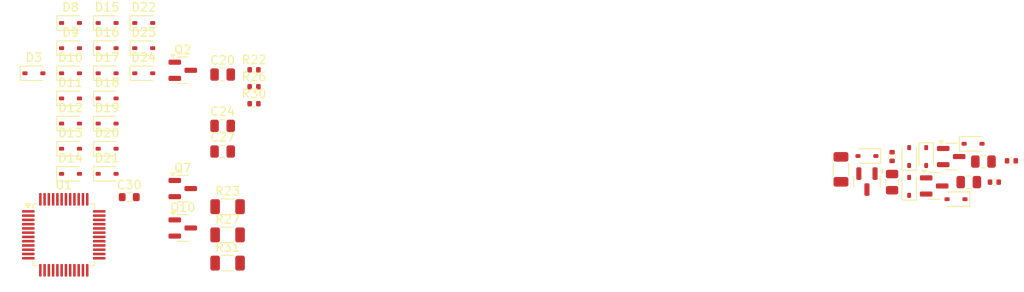
<source format=kicad_pcb>
(kicad_pcb (version 20241229) (generator "pcbnew") (generator_version "9.0")
  (layers (0 "F.Cu" signal) (4 "In1.Cu" power) (6 "In2.Cu" power) (2 "B.Cu" signal) (13 "F.Paste" user) (15 "B.Paste" user) (5 "F.SilkS" user "F.Silkscreen") (7 "B.SilkS" user "B.Silkscreen") (1 "F.Mask" user) (3 "B.Mask" user) (25 "Edge.Cuts" user))
  (net 0 "")
  (net 1 "Net-(D4-K)")
  (net 2 "Net-(C18-Pad1)")
  (net 3 "Net-(D6-K)")
  (net 4 "Net-(C19-Pad2)")
  (net 5 "Net-(D3-K)")
  (net 6 "Net-(C20-Pad1)")
  (net 7 "Net-(D1-K)")
  (net 8 "Net-(C21-Pad2)")
  (net 9 "Net-(C24-Pad1)")
  (net 10 "Net-(D13-K)")
  (net 11 "Net-(D19-K)")
  (net 12 "Net-(C27-Pad1)")
  (net 13 "/CBP")
  (net 14 "/CBM")
  (net 15 "Net-(BT4--)")
  (net 16 "Net-(D2-K)")
  (net 17 "Net-(BT3--)")
  (net 18 "Net-(D5-A)")
  (net 19 "Net-(BT2--)")
  (net 20 "Net-(D8-A)")
  (net 21 "Net-(D10-K)")
  (net 22 "Net-(D11-A)")
  (net 23 "Net-(D12-K)")
  (net 24 "Net-(D14-A)")
  (net 25 "Net-(BT1--)")
  (net 26 "Net-(D16-K)")
  (net 27 "Net-(D17-A)")
  (net 28 "Net-(D18-K)")
  (net 29 "Net-(BT1-+)")
  (net 30 "Net-(D20-A)")
  (net 31 "Net-(D22-K)")
  (net 32 "Net-(D23-A)")
  (net 33 "Net-(D24-K)")
  (net 34 "Net-(Q1-D)")
  (net 35 "Net-(Q2-D)")
  (net 36 "Net-(Q7-D)")
  (net 37 "Net-(Q10-D)")
  (net 38 "/CBME1")
  (net 39 "/BAL1")
  (net 40 "/CBPE1")
  (net 41 "/BAL2")
  (net 42 "/BAL3")
  (net 43 "/BAL4")
  (net 46 "/VC11")
  (net 47 "/VC4")
  (net 56 "/VC12")
  (net 61 "GND")
  (net 62 "/VC15")
  (net 64 "/VC6")
  (net 68 "/VC3")
  (net 72 "/VC14")
  (net 73 "/VC16")
  (net 74 "/VC8")
  (net 75 "/VC10")
  (net 76 "/VC7")
  (net 77 "/VC5")
  (net 78 "/VC1")
  (net 84 "/VC0")
  (net 86 "/VC2")
  (net 88 "/VC13")
  (net 89 "/VC9")
  (footprint "Resistor_SMD:R_0402_1005Metric" (layer "F.Cu") (at 191 62)
    (property "Reference" "R21" (hide yes))
    (property "Value" "4k7")
    (fp_line (start -0.153641 -0.38) (end 0.153641 -0.38) (stroke (width 0.12)) (layer "F.SilkS"))
    (fp_line (start -0.153641 0.38) (end 0.153641 0.38) (stroke (width 0.12)) (layer "F.SilkS"))
    (pad "1" smd roundrect (at -0.51 0) (size 0.54 0.64) (layers "F.Cu" "F.Mask" "F.Paste") (net 8 "Net-(C21-Pad2)"))
    (pad "2" smd roundrect (at 0.51 0) (size 0.54 0.64) (layers "F.Cu" "F.Mask" "F.Paste") (net 40 "/CBPE1"))
  )
  (footprint "Diode_SMD:D_SOD-323" (layer "F.Cu") (at 86.9025 55.13)
    (property "Reference" "D19" (at 0 -1.85 0) (layer "F.SilkS"))
    (property "Value" "1N5819WS")
    (fp_line (start -1.61 -0.85) (end -1.61 0.85) (stroke (width 0.12)) (layer "F.SilkS"))
    (fp_line (start -1.61 -0.85) (end 1.05 -0.85) (stroke (width 0.12)) (layer "F.SilkS"))
    (fp_line (start -1.61 0.85) (end 1.05 0.85) (stroke (width 0.12)) (layer "F.SilkS"))
    (pad "1" smd roundrect (at -1.05 0) (size 0.6 0.45) (layers "F.Cu" "F.Mask" "F.Paste") (net 11 "Net-(D19-K)"))
    (pad "2" smd roundrect (at 1.05 0) (size 0.6 0.45) (layers "F.Cu" "F.Mask" "F.Paste") (net 25 "Net-(BT1--)"))
  )
  (footprint "Diode_SMD:D_SOD-323" (layer "F.Cu") (at 78.3125 49.23)
    (property "Reference" "D3" (at 0 -1.85 0) (layer "F.SilkS"))
    (property "Value" "1N5819WS")
    (fp_line (start -1.61 -0.85) (end -1.61 0.85) (stroke (width 0.12)) (layer "F.SilkS"))
    (fp_line (start -1.61 -0.85) (end 1.05 -0.85) (stroke (width 0.12)) (layer "F.SilkS"))
    (fp_line (start -1.61 0.85) (end 1.05 0.85) (stroke (width 0.12)) (layer "F.SilkS"))
    (pad "1" smd roundrect (at -1.05 0) (size 0.6 0.45) (layers "F.Cu" "F.Mask" "F.Paste") (net 5 "Net-(D3-K)"))
    (pad "2" smd roundrect (at 1.05 0) (size 0.6 0.45) (layers "F.Cu" "F.Mask" "F.Paste") (net 17 "Net-(BT3--)"))
  )
  (footprint "Resistor_SMD:R_0402_1005Metric" (layer "F.Cu") (at 104.1375 48.82)
    (property "Reference" "R22" (at 0 -1.17 0) (layer "F.SilkS"))
    (property "Value" "4k7")
    (fp_line (start -0.153641 -0.38) (end 0.153641 -0.38) (stroke (width 0.12)) (layer "F.SilkS"))
    (fp_line (start -0.153641 0.38) (end 0.153641 0.38) (stroke (width 0.12)) (layer "F.SilkS"))
    (pad "1" smd roundrect (at -0.51 0) (size 0.54 0.64) (layers "F.Cu" "F.Mask" "F.Paste") (net 6 "Net-(C20-Pad1)"))
    (pad "2" smd roundrect (at 0.51 0) (size 0.54 0.64) (layers "F.Cu" "F.Mask" "F.Paste") (net 41 "/BAL2"))
  )
  (footprint "Resistor_SMD:R_0402_1005Metric" (layer "F.Cu") (at 179 59 90)
    (property "Reference" "R20" (hide yes))
    (property "Value" "4k7")
    (fp_line (start -0.153641 -0.38) (end 0.153641 -0.38) (stroke (width 0.12)) (layer "F.SilkS"))
    (fp_line (start -0.153641 0.38) (end 0.153641 0.38) (stroke (width 0.12)) (layer "F.SilkS"))
    (pad "1" smd roundrect (at -0.51 0 90) (size 0.54 0.64) (layers "F.Cu" "F.Mask" "F.Paste") (net 2 "Net-(C18-Pad1)"))
    (pad "2" smd roundrect (at 0.51 0 90) (size 0.54 0.64) (layers "F.Cu" "F.Mask" "F.Paste") (net 39 "/BAL1"))
  )
  (footprint "Package_TO_SOT_SMD:SOT-23" (layer "F.Cu") (at 95.7775 62.755)
    (property "Reference" "Q7" (at 0 -2.4 0) (layer "F.SilkS"))
    (property "Value" "AO3400A")
    (fp_line (start 0 -1.56) (end -0.65 -1.56) (stroke (width 0.12)) (layer "F.SilkS"))
    (fp_line (start 0 -1.56) (end 0.65 -1.56) (stroke (width 0.12)) (layer "F.SilkS"))
    (fp_line (start 0 1.56) (end -0.65 1.56) (stroke (width 0.12)) (layer "F.SilkS"))
    (fp_line (start 0 1.56) (end 0.65 1.56) (stroke (width 0.12)) (layer "F.SilkS"))
    (fp_poly (pts (xy -1.1625 -1.51) (xy -1.4025 -1.84) (xy -0.9225 -1.84)) (stroke (width 0.12)) (fill yes) (layer "F.SilkS"))
    (pad "1" smd roundrect (at -0.9375 -0.95) (size 1.475 0.6) (layers "F.Cu" "F.Mask" "F.Paste") (net 10 "Net-(D13-K)"))
    (pad "2" smd roundrect (at -0.9375 0.95) (size 1.475 0.6) (layers "F.Cu" "F.Mask" "F.Paste") (net 19 "Net-(BT2--)"))
    (pad "3" smd roundrect (at 0.9375 0) (size 1.475 0.6) (layers "F.Cu" "F.Mask" "F.Paste") (net 36 "Net-(Q7-D)"))
  )
  (footprint "Diode_SMD:D_SOD-323" (layer "F.Cu") (at 82.6075 55.13)
    (property "Reference" "D12" (at 0 -1.85 0) (layer "F.SilkS"))
    (property "Value" "1N5819WS")
    (fp_line (start -1.61 -0.85) (end -1.61 0.85) (stroke (width 0.12)) (layer "F.SilkS"))
    (fp_line (start -1.61 -0.85) (end 1.05 -0.85) (stroke (width 0.12)) (layer "F.SilkS"))
    (fp_line (start -1.61 0.85) (end 1.05 0.85) (stroke (width 0.12)) (layer "F.SilkS"))
    (pad "1" smd roundrect (at -1.05 0) (size 0.6 0.45) (layers "F.Cu" "F.Mask" "F.Paste") (net 23 "Net-(D12-K)"))
    (pad "2" smd roundrect (at 1.05 0) (size 0.6 0.45) (layers "F.Cu" "F.Mask" "F.Paste") (net 14 "/CBM"))
  )
  (footprint "Diode_SMD:D_SOD-323" (layer "F.Cu") (at 82.6075 46.28)
    (property "Reference" "D9" (at 0 -1.85 0) (layer "F.SilkS"))
    (property "Value" "1N5819WS")
    (fp_line (start -1.61 -0.85) (end -1.61 0.85) (stroke (width 0.12)) (layer "F.SilkS"))
    (fp_line (start -1.61 -0.85) (end 1.05 -0.85) (stroke (width 0.12)) (layer "F.SilkS"))
    (fp_line (start -1.61 0.85) (end 1.05 0.85) (stroke (width 0.12)) (layer "F.SilkS"))
    (pad "1" smd roundrect (at -1.05 0) (size 0.6 0.45) (layers "F.Cu" "F.Mask" "F.Paste") (net 20 "Net-(D8-A)"))
    (pad "2" smd roundrect (at 1.05 0) (size 0.6 0.45) (layers "F.Cu" "F.Mask" "F.Paste") (net 17 "Net-(BT3--)"))
  )
  (footprint "Diode_SMD:D_SOD-323" (layer "F.Cu") (at 91.1975 46.28)
    (property "Reference" "D23" (at 0 -1.85 0) (layer "F.SilkS"))
    (property "Value" "1N5819WS")
    (fp_line (start -1.61 -0.85) (end -1.61 0.85) (stroke (width 0.12)) (layer "F.SilkS"))
    (fp_line (start -1.61 -0.85) (end 1.05 -0.85) (stroke (width 0.12)) (layer "F.SilkS"))
    (fp_line (start -1.61 0.85) (end 1.05 0.85) (stroke (width 0.12)) (layer "F.SilkS"))
    (pad "1" smd roundrect (at -1.05 0) (size 0.6 0.45) (layers "F.Cu" "F.Mask" "F.Paste") (net 13 "/CBP"))
    (pad "2" smd roundrect (at 1.05 0) (size 0.6 0.45) (layers "F.Cu" "F.Mask" "F.Paste") (net 32 "Net-(D23-A)"))
  )
  (footprint "Diode_SMD:D_SOD-323" (layer "F.Cu") (at 82.6075 43.33)
    (property "Reference" "D8" (at 0 -1.85 0) (layer "F.SilkS"))
    (property "Value" "1N5819WS")
    (fp_line (start -1.61 -0.85) (end -1.61 0.85) (stroke (width 0.12)) (layer "F.SilkS"))
    (fp_line (start -1.61 -0.85) (end 1.05 -0.85) (stroke (width 0.12)) (layer "F.SilkS"))
    (fp_line (start -1.61 0.85) (end 1.05 0.85) (stroke (width 0.12)) (layer "F.SilkS"))
    (pad "1" smd roundrect (at -1.05 0) (size 0.6 0.45) (layers "F.Cu" "F.Mask" "F.Paste") (net 19 "Net-(BT2--)"))
    (pad "2" smd roundrect (at 1.05 0) (size 0.6 0.45) (layers "F.Cu" "F.Mask" "F.Paste") (net 20 "Net-(D8-A)"))
  )
  (footprint "Diode_SMD:D_SOD-323" (layer "F.Cu") (at 188.5 57.5)
    (property "Reference" "D2" (hide yes))
    (property "Value" "1N5819WS")
    (fp_line (start -1.61 -0.85) (end -1.61 0.85) (stroke (width 0.12)) (layer "F.SilkS"))
    (fp_line (start -1.61 -0.85) (end 1.05 -0.85) (stroke (width 0.12)) (layer "F.SilkS"))
    (fp_line (start -1.61 0.85) (end 1.05 0.85) (stroke (width 0.12)) (layer "F.SilkS"))
    (pad "1" smd roundrect (at -1.05 0) (size 0.6 0.45) (layers "F.Cu" "F.Mask" "F.Paste") (net 16 "Net-(D2-K)"))
    (pad "2" smd roundrect (at 1.05 0) (size 0.6 0.45) (layers "F.Cu" "F.Mask" "F.Paste") (net 14 "/CBM"))
  )
  (footprint "Diode_SMD:D_SOD-323" (layer "F.Cu") (at 86.9025 58.08)
    (property "Reference" "D20" (at 0 -1.85 0) (layer "F.SilkS"))
    (property "Value" "1N5819WS")
    (fp_line (start -1.61 -0.85) (end -1.61 0.85) (stroke (width 0.12)) (layer "F.SilkS"))
    (fp_line (start -1.61 -0.85) (end 1.05 -0.85) (stroke (width 0.12)) (layer "F.SilkS"))
    (fp_line (start -1.61 0.85) (end 1.05 0.85) (stroke (width 0.12)) (layer "F.SilkS"))
    (pad "1" smd roundrect (at -1.05 0) (size 0.6 0.45) (layers "F.Cu" "F.Mask" "F.Paste") (net 29 "Net-(BT1-+)"))
    (pad "2" smd roundrect (at 1.05 0) (size 0.6 0.45) (layers "F.Cu" "F.Mask" "F.Paste") (net 30 "Net-(D20-A)"))
  )
  (footprint "Package_TO_SOT_SMD:SOT-23" (layer "F.Cu") (at 176.05 61.9375 -90)
    (property "Reference" "Q1" (hide yes))
    (property "Value" "AO3400A")
    (fp_line (start 0 1.56) (end -0.65 1.56) (stroke (width 0.12)) (layer "F.SilkS"))
    (fp_line (start 0 1.56) (end 0.65 1.56) (stroke (width 0.12)) (layer "F.SilkS"))
    (fp_line (start 0 -1.56) (end -0.65 -1.56) (stroke (width 0.12)) (layer "F.SilkS"))
    (fp_line (start 0 -1.56) (end 0.65 -1.56) (stroke (width 0.12)) (layer "F.SilkS"))
    (fp_poly (pts (xy -1.1625 -1.51) (xy -1.4025 -1.84) (xy -0.9225 -1.84)) (stroke (width 0.12)) (fill yes) (layer "F.SilkS"))
    (pad "1" smd roundrect (at -0.9375 -0.95 270) (size 1.475 0.6) (layers "F.Cu" "F.Mask" "F.Paste") (net 1 "Net-(D4-K)"))
    (pad "2" smd roundrect (at -0.9375 0.95 270) (size 1.475 0.6) (layers "F.Cu" "F.Mask" "F.Paste") (net 15 "Net-(BT4--)"))
    (pad "3" smd roundrect (at 0.9375 0 270) (size 1.475 0.6) (layers "F.Cu" "F.Mask" "F.Paste") (net 34 "Net-(Q1-D)"))
  )
  (footprint "Capacitor_SMD:C_0805_2012Metric" (layer "F.Cu") (at 100.4575 55.4)
    (property "Reference" "C24" (at 0 -1.68 0) (layer "F.SilkS"))
    (property "Value" "100n")
    (fp_line (start -0.261252 -0.735) (end 0.261252 -0.735) (stroke (width 0.12)) (layer "F.SilkS"))
    (fp_line (start -0.261252 0.735) (end 0.261252 0.735) (stroke (width 0.12)) (layer "F.SilkS"))
    (pad "1" smd roundrect (at -0.95 0) (size 1 1.45) (layers "F.Cu" "F.Mask" "F.Paste") (net 9 "Net-(C24-Pad1)"))
    (pad "2" smd roundrect (at 0.95 0) (size 1 1.45) (layers "F.Cu" "F.Mask" "F.Paste") (net 10 "Net-(D13-K)"))
  )
  (footprint "Package_TO_SOT_SMD:SOT-23" (layer "F.Cu") (at 95.7775 48.88)
    (property "Reference" "Q2" (at 0 -2.4 0) (layer "F.SilkS"))
    (property "Value" "AO3400A")
    (fp_line (start 0 -1.56) (end -0.65 -1.56) (stroke (width 0.12)) (layer "F.SilkS"))
    (fp_line (start 0 -1.56) (end 0.65 -1.56) (stroke (width 0.12)) (layer "F.SilkS"))
    (fp_line (start 0 1.56) (end -0.65 1.56) (stroke (width 0.12)) (layer "F.SilkS"))
    (fp_line (start 0 1.56) (end 0.65 1.56) (stroke (width 0.12)) (layer "F.SilkS"))
    (fp_poly (pts (xy -1.1625 -1.51) (xy -1.4025 -1.84) (xy -0.9225 -1.84)) (stroke (width 0.12)) (fill yes) (layer "F.SilkS"))
    (pad "1" smd roundrect (at -0.9375 -0.95) (size 1.475 0.6) (layers "F.Cu" "F.Mask" "F.Paste") (net 5 "Net-(D3-K)"))
    (pad "2" smd roundrect (at -0.9375 0.95) (size 1.475 0.6) (layers "F.Cu" "F.Mask" "F.Paste") (net 17 "Net-(BT3--)"))
    (pad "3" smd roundrect (at 0.9375 0) (size 1.475 0.6) (layers "F.Cu" "F.Mask" "F.Paste") (net 35 "Net-(Q2-D)"))
  )
  (footprint "Diode_SMD:D_SOD-323" (layer "F.Cu") (at 82.6075 61.03)
    (property "Reference" "D14" (at 0 -1.85 0) (layer "F.SilkS"))
    (property "Value" "1N5819WS")
    (fp_line (start -1.61 -0.85) (end -1.61 0.85) (stroke (width 0.12)) (layer "F.SilkS"))
    (fp_line (start -1.61 -0.85) (end 1.05 -0.85) (stroke (width 0.12)) (layer "F.SilkS"))
    (fp_line (start -1.61 0.85) (end 1.05 0.85) (stroke (width 0.12)) (layer "F.SilkS"))
    (pad "1" smd roundrect (at -1.05 0) (size 0.6 0.45) (layers "F.Cu" "F.Mask" "F.Paste") (net 25 "Net-(BT1--)"))
    (pad "2" smd roundrect (at 1.05 0) (size 0.6 0.45) (layers "F.Cu" "F.Mask" "F.Paste") (net 24 "Net-(D14-A)"))
  )
  (footprint "Capacitor_SMD:C_0805_2012Metric" (layer "F.Cu") (at 179 62 -90)
    (property "Reference" "C18" (hide yes))
    (property "Value" "100n")
    (fp_line (start -0.261252 0.735) (end 0.261252 0.735) (stroke (width 0.12)) (layer "F.SilkS"))
    (fp_line (start -0.261252 -0.735) (end 0.261252 -0.735) (stroke (width 0.12)) (layer "F.SilkS"))
    (pad "1" smd roundrect (at -0.95 0 270) (size 1 1.45) (layers "F.Cu" "F.Mask" "F.Paste") (net 2 "Net-(C18-Pad1)"))
    (pad "2" smd roundrect (at 0.95 0 270) (size 1 1.45) (layers "F.Cu" "F.Mask" "F.Paste") (net 1 "Net-(D4-K)"))
  )
  (footprint "Diode_SMD:D_SOD-323" (layer "F.Cu") (at 176.05 58.9375 180)
    (property "Reference" "D4" (hide yes))
    (property "Value" "1N5819WS")
    (fp_line (start -1.61 0.85) (end 1.05 0.85) (stroke (width 0.12)) (layer "F.SilkS"))
    (fp_line (start -1.61 -0.85) (end 1.05 -0.85) (stroke (width 0.12)) (layer "F.SilkS"))
    (fp_line (start -1.61 -0.85) (end -1.61 0.85) (stroke (width 0.12)) (layer "F.SilkS"))
    (pad "1" smd roundrect (at -1.05 0 180) (size 0.6 0.45) (layers "F.Cu" "F.Mask" "F.Paste") (net 1 "Net-(D4-K)"))
    (pad "2" smd roundrect (at 1.05 0 180) (size 0.6 0.45) (layers "F.Cu" "F.Mask" "F.Paste") (net 15 "Net-(BT4--)"))
  )
  (footprint "Resistor_SMD:R_1206_3216Metric" (layer "F.Cu") (at 101.0375 71.5)
    (property "Reference" "R31" (at 0 -1.83 0) (layer "F.SilkS"))
    (property "Value" "22")
    (fp_line (start -0.727064 -0.91) (end 0.727064 -0.91) (stroke (width 0.12)) (layer "F.SilkS"))
    (fp_line (start -0.727064 0.91) (end 0.727064 0.91) (stroke (width 0.12)) (layer "F.SilkS"))
    (pad "1" smd roundrect (at -1.4625 0) (size 1.125 1.75) (layers "F.Cu" "F.Mask" "F.Paste") (roundrect_rratio 0.222222) (net 29 "Net-(BT1-+)"))
    (pad "2" smd roundrect (at 1.4625 0) (size 1.125 1.75) (layers "F.Cu" "F.Mask" "F.Paste") (roundrect_rratio 0.222222) (net 37 "Net-(Q10-D)"))
  )
  (footprint "Diode_SMD:D_SOD-323" (layer "F.Cu") (at 86.9025 43.33)
    (property "Reference" "D15" (at 0 -1.85 0) (layer "F.SilkS"))
    (property "Value" "1N5819WS")
    (fp_line (start -1.61 -0.85) (end -1.61 0.85) (stroke (width 0.12)) (layer "F.SilkS"))
    (fp_line (start -1.61 -0.85) (end 1.05 -0.85) (stroke (width 0.12)) (layer "F.SilkS"))
    (fp_line (start -1.61 0.85) (end 1.05 0.85) (stroke (width 0.12)) (layer "F.SilkS"))
    (pad "1" smd roundrect (at -1.05 0) (size 0.6 0.45) (layers "F.Cu" "F.Mask" "F.Paste") (net 24 "Net-(D14-A)"))
    (pad "2" smd roundrect (at 1.05 0) (size 0.6 0.45) (layers "F.Cu" "F.Mask" "F.Paste") (net 19 "Net-(BT2--)"))
  )
  (footprint "Capacitor_SMD:C_0805_2012Metric" (layer "F.Cu") (at 188 62)
    (property "Reference" "C21" (hide yes))
    (property "Value" "100n")
    (fp_line (start -0.261252 -0.735) (end 0.261252 -0.735) (stroke (width 0.12)) (layer "F.SilkS"))
    (fp_line (start -0.261252 0.735) (end 0.261252 0.735) (stroke (width 0.12)) (layer "F.SilkS"))
    (pad "1" smd roundrect (at -0.95 0) (size 1 1.45) (layers "F.Cu" "F.Mask" "F.Paste") (net 7 "Net-(D1-K)"))
    (pad "2" smd roundrect (at 0.95 0) (size 1 1.45) (layers "F.Cu" "F.Mask" "F.Paste") (net 8 "Net-(C21-Pad2)"))
  )
  (footprint "Diode_SMD:D_SOD-323" (layer "F.Cu") (at 86.9025 61.03)
    (property "Reference" "D21" (at 0 -1.85 0) (layer "F.SilkS"))
    (property "Value" "1N5819WS")
    (fp_line (start -1.61 -0.85) (end -1.61 0.85) (stroke (width 0.12)) (layer "F.SilkS"))
    (fp_line (start -1.61 -0.85) (end 1.05 -0.85) (stroke (width 0.12)) (layer "F.SilkS"))
    (fp_line (start -1.61 0.85) (end 1.05 0.85) (stroke (width 0.12)) (layer "F.SilkS"))
    (pad "1" smd roundrect (at -1.05 0) (size 0.6 0.45) (layers "F.Cu" "F.Mask" "F.Paste") (net 30 "Net-(D20-A)"))
    (pad "2" smd roundrect (at 1.05 0) (size 0.6 0.45) (layers "F.Cu" "F.Mask" "F.Paste") (net 25 "Net-(BT1--)"))
  )
  (footprint "Diode_SMD:D_SOD-323" (layer "F.Cu") (at 82.6075 52.18)
    (property "Reference" "D11" (at 0 -1.85 0) (layer "F.SilkS"))
    (property "Value" "1N5819WS")
    (fp_line (start -1.61 -0.85) (end -1.61 0.85) (stroke (width 0.12)) (layer "F.SilkS"))
    (fp_line (start -1.61 -0.85) (end 1.05 -0.85) (stroke (width 0.12)) (layer "F.SilkS"))
    (fp_line (start -1.61 0.85) (end 1.05 0.85) (stroke (width 0.12)) (layer "F.SilkS"))
    (pad "1" smd roundrect (at -1.05 0) (size 0.6 0.45) (layers "F.Cu" "F.Mask" "F.Paste") (net 13 "/CBP"))
    (pad "2" smd roundrect (at 1.05 0) (size 0.6 0.45) (layers "F.Cu" "F.Mask" "F.Paste") (net 22 "Net-(D11-A)"))
  )
  (footprint "Capacitor_SMD:C_0805_2012Metric" (layer "F.Cu") (at 100.4575 58.41)
    (property "Reference" "C27" (at 0 -1.68 0) (layer "F.SilkS"))
    (property "Value" "100n")
    (fp_line (start -0.261252 -0.735) (end 0.261252 -0.735) (stroke (width 0.12)) (layer "F.SilkS"))
    (fp_line (start -0.261252 0.735) (end 0.261252 0.735) (stroke (width 0.12)) (layer "F.SilkS"))
    (pad "1" smd roundrect (at -0.95 0) (size 1 1.45) (layers "F.Cu" "F.Mask" "F.Paste") (net 12 "Net-(C27-Pad1)"))
    (pad "2" smd roundrect (at 0.95 0) (size 1 1.45) (layers "F.Cu" "F.Mask" "F.Paste") (net 11 "Net-(D19-K)"))
  )
  (footprint "Capacitor_SMD:C_0805_2012Metric" (layer "F.Cu") (at 100.4575 49.38)
    (property "Reference" "C20" (at 0 -1.68 0) (layer "F.SilkS"))
    (property "Value" "100n")
    (fp_line (start -0.261252 -0.735) (end 0.261252 -0.735) (stroke (width 0.12)) (layer "F.SilkS"))
    (fp_line (start -0.261252 0.735) (end 0.261252 0.735) (stroke (width 0.12)) (layer "F.SilkS"))
    (pad "1" smd roundrect (at -0.95 0) (size 1 1.45) (layers "F.Cu" "F.Mask" "F.Paste") (net 6 "Net-(C20-Pad1)"))
    (pad "2" smd roundrect (at 0.95 0) (size 1 1.45) (layers "F.Cu" "F.Mask" "F.Paste") (net 5 "Net-(D3-K)"))
  )
  (footprint "Resistor_SMD:R_0402_1005Metric" (layer "F.Cu") (at 104.1375 52.8)
    (property "Reference" "R30" (at 0 -1.17 0) (layer "F.SilkS"))
    (property "Value" "4k7")
    (fp_line (start -0.153641 -0.38) (end 0.153641 -0.38) (stroke (width 0.12)) (layer "F.SilkS"))
    (fp_line (start -0.153641 0.38) (end 0.153641 0.38) (stroke (width 0.12)) (layer "F.SilkS"))
    (pad "1" smd roundrect (at -0.51 0) (size 0.54 0.64) (layers "F.Cu" "F.Mask" "F.Paste") (net 12 "Net-(C27-Pad1)"))
    (pad "2" smd roundrect (at 0.51 0) (size 0.54 0.64) (layers "F.Cu" "F.Mask" "F.Paste") (net 43 "/BAL4"))
  )
  (footprint "Diode_SMD:D_SOD-323" (layer "F.Cu") (at 183 59 -90)
    (property "Reference" "D6" (hide yes))
    (property "Value" "1N5819WS")
    (fp_line (start -1.61 0.85) (end 1.05 0.85) (stroke (width 0.12)) (layer "F.SilkS"))
    (fp_line (start -1.61 -0.85) (end -1.61 0.85) (stroke (width 0.12)) (layer "F.SilkS"))
    (fp_line (start -1.61 -0.85) (end 1.05 -0.85) (stroke (width 0.12)) (layer "F.SilkS"))
    (pad "1" smd roundrect (at -1.05 0 270) (size 0.6 0.45) (layers "F.Cu" "F.Mask" "F.Paste") (net 3 "Net-(D6-K)"))
    (pad "2" smd roundrect (at 1.05 0 270) (size 0.6 0.45) (layers "F.Cu" "F.Mask" "F.Paste") (net 15 "Net-(BT4--)"))
  )
  (footprint "Diode_SMD:D_SOD-323" (layer "F.Cu") (at 91.1975 43.33)
    (property "Reference" "D22" (at 0 -1.85 0) (layer "F.SilkS"))
    (property "Value" "1N5819WS")
    (fp_line (start -1.61 -0.85) (end -1.61 0.85) (stroke (width 0.12)) (layer "F.SilkS"))
    (fp_line (start -1.61 -0.85) (end 1.05 -0.85) (stroke (width 0.12)) (layer "F.SilkS"))
    (fp_line (start -1.61 0.85) (end 1.05 0.85) (stroke (width 0.12)) (layer "F.SilkS"))
    (pad "1" smd roundrect (at -1.05 0) (size 0.6 0.45) (layers "F.Cu" "F.Mask" "F.Paste") (net 31 "Net-(D22-K)"))
    (pad "2" smd roundrect (at 1.05 0) (size 0.6 0.45) (layers "F.Cu" "F.Mask" "F.Paste") (net 25 "Net-(BT1--)"))
  )
  (footprint "Capacitor_SMD:C_0805_2012Metric" (layer "F.Cu") (at 189.716906 59.588244)
    (property "Reference" "C19" (hide yes))
    (property "Value" "100n")
    (fp_line (start -0.261252 -0.735) (end 0.261252 -0.735) (stroke (width 0.12)) (layer "F.SilkS"))
    (fp_line (start -0.261252 0.735) (end 0.261252 0.735) (stroke (width 0.12)) (layer "F.SilkS"))
    (pad "1" smd roundrect (at -0.95 0) (size 1 1.45) (layers "F.Cu" "F.Mask" "F.Paste") (net 3 "Net-(D6-K)"))
    (pad "2" smd roundrect (at 0.95 0) (size 1 1.45) (layers "F.Cu" "F.Mask" "F.Paste") (net 4 "Net-(C19-Pad2)"))
  )
  (footprint "Package_TO_SOT_SMD:SOT-23" (layer "F.Cu") (at 183.9375 62.45)
    (property "Reference" "Q4" (hide yes))
    (property "Value" "MMBT5401")
    (fp_line (start 0 -1.56) (end -0.65 -1.56) (stroke (width 0.12)) (layer "F.SilkS"))
    (fp_line (start 0 -1.56) (end 0.65 -1.56) (stroke (width 0.12)) (layer "F.SilkS"))
    (fp_line (start 0 1.56) (end -0.65 1.56) (stroke (width 0.12)) (layer "F.SilkS"))
    (fp_line (start 0 1.56) (end 0.65 1.56) (stroke (width 0.12)) (layer "F.SilkS"))
    (fp_poly (pts (xy -1.1625 -1.51) (xy -1.4025 -1.84) (xy -0.9225 -1.84)) (stroke (width 0.12)) (fill yes) (layer "F.SilkS"))
    (pad "1" smd roundrect (at -0.9375 -0.95) (size 1.475 0.6) (layers "F.Cu" "F.Mask" "F.Paste") (net 7 "Net-(D1-K)"))
    (pad "2" smd roundrect (at -0.9375 0.95) (size 1.475 0.6) (layers "F.Cu" "F.Mask" "F.Paste") (net 17 "Net-(BT3--)"))
    (pad "3" smd roundrect (at 0.9375 0) (size 1.475 0.6) (layers "F.Cu" "F.Mask" "F.Paste") (net 18 "Net-(D5-A)"))
  )
  (footprint "Resistor_SMD:R_0402_1005Metric" (layer "F.Cu") (at 193 59.5)
    (property "Reference" "R19" (hide yes))
    (property "Value" "4k7")
    (fp_line (start -0.153641 -0.38) (end 0.153641 -0.38) (stroke (width 0.12)) (layer "F.SilkS"))
    (fp_line (start -0.153641 0.38) (end 0.153641 0.38) (stroke (width 0.12)) (layer "F.SilkS"))
    (pad "1" smd roundrect (at -0.51 0) (size 0.54 0.64) (layers "F.Cu" "F.Mask" "F.Paste") (net 4 "Net-(C19-Pad2)"))
    (pad "2" smd roundrect (at 0.51 0) (size 0.54 0.64) (layers "F.Cu" "F.Mask" "F.Paste") (net 38 "/CBME1"))
  )
  (footprint "Diode_SMD:D_SOD-323" (layer "F.Cu") (at 86.9025 49.23)
    (property "Reference" "D17" (at 0 -1.85 0) (layer "F.SilkS"))
    (property "Value" "1N5819WS")
    (fp_line (start -1.61 -0.85) (end -1.61 0.85) (stroke (width 0.12)) (layer "F.SilkS"))
    (fp_line (start -1.61 -0.85) (end 1.05 -0.85) (stroke (width 0.12)) (layer "F.SilkS"))
    (fp_line (start -1.61 0.85) (end 1.05 0.85) (stroke (width 0.12)) (layer "F.SilkS"))
    (pad "1" smd roundrect (at -1.05 0) (size 0.6 0.45) (layers "F.Cu" "F.Mask" "F.Paste") (net 13 "/CBP"))
    (pad "2" smd roundrect (at 1.05 0) (size 0.6 0.45) (layers "F.Cu" "F.Mask" "F.Paste") (net 27 "Net-(D17-A)"))
  )
  (footprint "Diode_SMD:D_SOD-323" (layer "F.Cu") (at 181 59 90)
    (property "Reference" "D1" (hide yes))
    (property "Value" "1N5819WS")
    (fp_line (start -1.61 -0.85) (end 1.05 -0.85) (stroke (width 0.12)) (layer "F.SilkS"))
    (fp_line (start -1.61 -0.85) (end -1.61 0.85) (stroke (width 0.12)) (layer "F.SilkS"))
    (fp_line (start -1.61 0.85) (end 1.05 0.85) (stroke (width 0.12)) (layer "F.SilkS"))
    (pad "1" smd roundrect (at -1.05 0 90) (size 0.6 0.45) (layers "F.Cu" "F.Mask" "F.Paste") (net 7 "Net-(D1-K)"))
    (pad "2" smd roundrect (at 1.05 0 90) (size 0.6 0.45) (layers "F.Cu" "F.Mask" "F.Paste") (net 15 "Net-(BT4--)"))
  )
  (footprint "Resistor_SMD:R_1206_3216Metric" (layer "F.Cu") (at 173 60.5 -90)
    (property "Reference" "R18" (hide yes))
    (property "Value" "22")
    (fp_line (start -0.727064 0.91) (end 0.727064 0.91) (stroke (width 0.12)) (layer "F.SilkS"))
    (fp_line (start -0.727064 -0.91) (end 0.727064 -0.91) (stroke (width 0.12)) (layer "F.SilkS"))
    (pad "1" smd roundrect (at -1.4625 0 270) (size 1.125 1.75) (layers "F.Cu" "F.Mask" "F.Paste") (roundrect_rratio 0.222222) (net 17 "Net-(BT3--)"))
    (pad "2" smd roundrect (at 1.4625 0 270) (size 1.125 1.75) (layers "F.Cu" "F.Mask" "F.Paste") (roundrect_rratio 0.222222) (net 34 "Net-(Q1-D)"))
  )
  (footprint "Package_TO_SOT_SMD:SOT-23" (layer "F.Cu") (at 95.7775 67.38)
    (property "Reference" "Q10" (at 0 -2.4 0) (layer "F.SilkS"))
    (property "Value" "AO3400A")
    (fp_line (start 0 -1.56) (end -0.65 -1.56) (stroke (width 0.12)) (layer "F.SilkS"))
    (fp_line (start 0 -1.56) (end 0.65 -1.56) (stroke (width 0.12)) (layer "F.SilkS"))
    (fp_line (start 0 1.56) (end -0.65 1.56) (stroke (width 0.12)) (layer "F.SilkS"))
    (fp_line (start 0 1.56) (end 0.65 1.56) (stroke (width 0.12)) (layer "F.SilkS"))
    (fp_poly (pts (xy -1.1625 -1.51) (xy -1.4025 -1.84) (xy -0.9225 -1.84)) (stroke (width 0.12)) (fill yes) (layer "F.SilkS"))
    (pad "1" smd roundrect (at -0.9375 -0.95) (size 1.475 0.6) (layers "F.Cu" "F.Mask" "F.Paste") (net 11 "Net-(D19-K)"))
    (pad "2" smd roundrect (at -0.9375 0.95) (size 1.475 0.6) (layers "F.Cu" "F.Mask" "F.Paste") (net 25 "Net-(BT1--)"))
    (pad "3" smd roundrect (at 0.9375 0) (size 1.475 0.6) (layers "F.Cu" "F.Mask" "F.Paste") (net 37 "Net-(Q10-D)"))
  )
  (footprint "Diode_SMD:D_SOD-323" (layer "F.Cu") (at 181 62.5 90)
    (property "Reference" "D7" (hide yes))
    (property "Value" "1N5819WS")
    (fp_line (start -1.61 -0.85) (end 1.05 -0.85) (stroke (width 0.12)) (layer "F.SilkS"))
    (fp_line (start -1.61 -0.85) (end -1.61 0.85) (stroke (width 0.12)) (layer "F.SilkS"))
    (fp_line (start -1.61 0.85) (end 1.05 0.85) (stroke (width 0.12)) (layer "F.SilkS"))
    (pad "1" smd roundrect (at -1.05 0 90) (size 0.6 0.45) (layers "F.Cu" "F.Mask" "F.Paste") (net 17 "Net-(BT3--)"))
    (pad "2" smd roundrect (at 1.05 0 90) (size 0.6 0.45) (layers "F.Cu" "F.Mask" "F.Paste") (net 7 "Net-(D1-K)"))
  )
  (footprint "Diode_SMD:D_SOD-323" (layer "F.Cu") (at 82.6075 49.23)
    (property "Reference" "D10" (at 0 -1.85 0) (layer "F.SilkS"))
    (property "Value" "1N5819WS")
    (fp_line (start -1.61 -0.85) (end -1.61 0.85) (stroke (width 0.12)) (layer "F.SilkS"))
    (fp_line (start -1.61 -0.85) (end 1.05 -0.85) (stroke (width 0.12)) (layer "F.SilkS"))
    (fp_line (start -1.61 0.85) (end 1.05 0.85) (stroke (width 0.12)) (layer "F.SilkS"))
    (pad "1" smd roundrect (at -1.05 0) (size 0.6 0.45) (layers "F.Cu" "F.Mask" "F.Paste") (net 21 "Net-(D10-K)"))
    (pad "2" smd roundrect (at 1.05 0) (size 0.6 0.45) (layers "F.Cu" "F.Mask" "F.Paste") (net 17 "Net-(BT3--)"))
  )
  (footprint "Resistor_SMD:R_1206_3216Metric" (layer "F.Cu") (at 101.0375 68.19)
    (property "Reference" "R27" (at 0 -1.83 0) (layer "F.SilkS"))
    (property "Value" "22")
    (fp_line (start -0.727064 -0.91) (end 0.727064 -0.91) (stroke (width 0.12)) (layer "F.SilkS"))
    (fp_line (start -0.727064 0.91) (end 0.727064 0.91) (stroke (width 0.12)) (layer "F.SilkS"))
    (pad "1" smd roundrect (at -1.4625 0) (size 1.125 1.75) (layers "F.Cu" "F.Mask" "F.Paste") (roundrect_rratio 0.222222) (net 25 "Net-(BT1--)"))
    (pad "2" smd roundrect (at 1.4625 0) (size 1.125 1.75) (layers "F.Cu" "F.Mask" "F.Paste") (roundrect_rratio 0.222222) (net 36 "Net-(Q7-D)"))
  )
  (footprint "Resistor_SMD:R_0603_1608Metric" (layer "F.Cu") (at 89.4975 63.76)
    (property "Reference" "C30" (at 0 -1.43 0) (layer "F.SilkS"))
    (property "Value" "100n")
    (fp_line (start -0.237258 -0.5225) (end 0.237258 -0.5225) (stroke (width 0.12)) (layer "F.SilkS"))
    (fp_line (start -0.237258 0.5225) (end 0.237258 0.5225) (stroke (width 0.12)) (layer "F.SilkS"))
    (pad "1" smd roundrect (at -0.825 0) (size 0.8 0.95) (layers "F.Cu" "F.Mask" "F.Paste") (net 14 "/CBM"))
    (pad "2" smd roundrect (at 0.825 0) (size 0.8 0.95) (layers "F.Cu" "F.Mask" "F.Paste") (net 13 "/CBP"))
  )
  (footprint "Package_QFP:TQFP-48_7x7mm_P0.5mm" (layer "F.Cu") (at 81.8175 68.18)
    (property "Reference" "U1" (at 0 -5.85 0) (layer "F.SilkS"))
    (property "Value" "BQ76952")
    (fp_line (start -3.61 -3.61) (end -3.61 -3.16) (stroke (width 0.12)) (layer "F.SilkS"))
    (fp_line (start -3.61 3.61) (end -3.61 3.16) (stroke (width 0.12)) (layer "F.SilkS"))
    (fp_line (start -3.16 -3.61) (end -3.61 -3.61) (stroke (width 0.12)) (layer "F.SilkS"))
    (fp_line (start -3.16 3.61) (end -3.61 3.61) (stroke (width 0.12)) (layer "F.SilkS"))
    (fp_line (start 3.16 -3.61) (end 3.61 -3.61) (stroke (width 0.12)) (layer "F.SilkS"))
    (fp_line (start 3.16 3.61) (end 3.61 3.61) (stroke (width 0.12)) (layer "F.SilkS"))
    (fp_line (start 3.61 -3.61) (end 3.61 -3.16) (stroke (width 0.12)) (layer "F.SilkS"))
    (fp_line (start 3.61 3.61) (end 3.61 3.16) (stroke (width 0.12)) (layer "F.SilkS"))
    (fp_poly (pts (xy -4.2 -3.16) (xy -4.54 -3.63) (xy -3.86 -3.63)) (stroke (width 0.12)) (fill yes) (layer "F.SilkS"))
    (pad "1" smd roundrect (at -4.1625 -2.75) (size 1.475 0.3) (layers "F.Cu" "F.Mask" "F.Paste") (net 62 "/VC15"))
    (pad "2" smd roundrect (at -4.1625 -2.25) (size 1.475 0.3) (layers "F.Cu" "F.Mask" "F.Paste") (net 72 "/VC14"))
    (pad "3" smd roundrect (at -4.1625 -1.75) (size 1.475 0.3) (layers "F.Cu" "F.Mask" "F.Paste") (net 88 "/VC13"))
    (pad "4" smd roundrect (at -4.1625 -1.25) (size 1.475 0.3) (layers "F.Cu" "F.Mask" "F.Paste") (net 56 "/VC12"))
    (pad "5" smd roundrect (at -4.1625 -0.75) (size 1.475 0.3) (layers "F.Cu" "F.Mask" "F.Paste") (net 46 "/VC11"))
    (pad "6" smd roundrect (at -4.1625 -0.25) (size 1.475 0.3) (layers "F.Cu" "F.Mask" "F.Paste") (net 75 "/VC10"))
    (pad "7" smd roundrect (at -4.1625 0.25) (size 1.475 0.3) (layers "F.Cu" "F.Mask" "F.Paste") (net 89 "/VC9"))
    (pad "8" smd roundrect (at -4.1625 0.75) (size 1.475 0.3) (layers "F.Cu" "F.Mask" "F.Paste") (net 74 "/VC8"))
    (pad "9" smd roundrect (at -4.1625 1.25) (size 1.475 0.3) (layers "F.Cu" "F.Mask" "F.Paste") (net 76 "/VC7"))
    (pad "10" smd roundrect (at -4.1625 1.75) (size 1.475 0.3) (layers "F.Cu" "F.Mask" "F.Paste") (net 64 "/VC6"))
    (pad "11" smd roundrect (at -4.1625 2.25) (size 1.475 0.3) (layers "F.Cu" "F.Mask" "F.Paste") (net 77 "/VC5"))
    (pad "12" smd roundrect (at -4.1625 2.75) (size 1.475 0.3) (layers "F.Cu" "F.Mask" "F.Paste") (net 47 "/VC4"))
    (pad "13" smd roundrect (at -2.75 4.1625) (size 0.3 1.475) (layers "F.Cu" "F.Mask" "F.Paste") (net 68 "/VC3"))
    (pad "14" smd roundrect (at -2.25 4.1625) (size 0.3 1.475) (layers "F.Cu" "F.Mask" "F.Paste") (net 86 "/VC2"))
    (pad "15" smd roundrect (at -1.75 4.1625) (size 0.3 1.475) (layers "F.Cu" "F.Mask" "F.Paste") (net 78 "/VC1"))
    (pad "16" smd roundrect (at -1.25 4.1625) (size 0.3 1.475) (layers "F.Cu" "F.Mask" "F.Paste") (net 84 "/VC0"))
    (pad "17" smd roundrect (at -0.75 4.1625) (size 0.3 1.475) (layers "F.Cu" "F.Mask" "F.Paste") (net 61 "GND"))
    (pad "18" smd roundrect (at -0.25 4.1625) (size 0.3 1.475) (layers "F.Cu" "F.Mask" "F.Paste"))
    (pad "19" smd roundrect (at 0.25 4.1625) (size 0.3 1.475) (layers "F.Cu" "F.Mask" "F.Paste"))
    (pad "20" smd roundrect (at 0.75 4.1625) (size 0.3 1.475) (layers "F.Cu" "F.Mask" "F.Paste"))
    (pad "21" smd roundrect (at 1.25 4.1625) (size 0.3 1.475) (layers "F.Cu" "F.Mask" "F.Paste"))
    (pad "22" smd roundrect (at 1.75 4.1625) (size 0.3 1.475) (layers "F.Cu" "F.Mask" "F.Paste"))
    (pad "23" smd roundrect (at 2.25 4.1625) (size 0.3 1.475) (layers "F.Cu" "F.Mask" "F.Paste"))
    (pad "24" smd roundrect (at 2.75 4.1625) (size 0.3 1.475) (layers "F.Cu" "F.Mask" "F.Paste"))
    (pad "25" smd roundrect (at 4.1625 2.75) (size 1.475 0.3) (layers "F.Cu" "F.Mask" "F.Paste"))
    (pad "26" smd roundrect (at 4.1625 2.25) (size 1.475 0.3) (layers "F.Cu" "F.Mask" "F.Paste"))
    (pad "27" smd roundrect (at 4.1625 1.75) (size 1.475 0.3) (layers "F.Cu" "F.Mask" "F.Paste"))
    (pad "28" smd roundrect (at 4.1625 1.25) (size 1.475 0.3) (layers "F.Cu" "F.Mask" "F.Paste"))
    (pad "29" smd roundrect (at 4.1625 0.75) (size 1.475 0.3) (layers "F.Cu" "F.Mask" "F.Paste"))
    (pad "30" smd roundrect (at 4.1625 0.25) (size 1.475 0.3) (layers "F.Cu" "F.Mask" "F.Paste"))
    (pad "31" smd roundrect (at 4.1625 -0.25) (size 1.475 0.3) (layers "F.Cu" "F.Mask" "F.Paste"))
    (pad "32" smd roundrect (at 4.1625 -0.75) (size 1.475 0.3) (layers "F.Cu" "F.Mask" "F.Paste"))
    (pad "33" smd roundrect (at 4.1625 -1.25) (size 1.475 0.3) (layers "F.Cu" "F.Mask" "F.Paste"))
    (pad "34" smd roundrect (at 4.1625 -1.75) (size 1.475 0.3) (layers "F.Cu" "F.Mask" "F.Paste"))
    (pad "35" smd roundrect (at 4.1625 -2.25) (size 1.475 0.3) (layers "F.Cu" "F.Mask" "F.Paste"))
    (pad "36" smd roundrect (at 4.1625 -2.75) (size 1.475 0.3) (layers "F.Cu" "F.Mask" "F.Paste"))
    (pad "37" smd roundrect (at 2.75 -4.1625) (size 0.3 1.475) (layers "F.Cu" "F.Mask" "F.Paste"))
    (pad "38" smd roundrect (at 2.25 -4.1625) (size 0.3 1.475) (layers "F.Cu" "F.Mask" "F.Paste"))
    (pad "39" smd roundrect (at 1.75 -4.1625) (size 0.3 1.475) (layers "F.Cu" "F.Mask" "F.Paste"))
    (pad "40" smd roundrect (at 1.25 -4.1625) (size 0.3 1.475) (layers "F.Cu" "F.Mask" "F.Paste"))
    (pad "41" smd roundrect (at 0.75 -4.1625) (size 0.3 1.475) (layers "F.Cu" "F.Mask" "F.Paste"))
    (pad "42" smd roundrect (at 0.25 -4.1625) (size 0.3 1.475) (layers "F.Cu" "F.Mask" "F.Paste"))
    (pad "43" smd roundrect (at -0.25 -4.1625) (size 0.3 1.475) (layers "F.Cu" "F.Mask" "F.Paste"))
    (pad "44" smd roundrect (at -0.75 -4.1625) (size 0.3 1.475) (layers "F.Cu" "F.Mask" "F.Paste"))
    (pad "45" smd roundrect (at -1.25 -4.1625) (size 0.3 1.475) (layers "F.Cu" "F.Mask" "F.Paste"))
    (pad "46" smd roundrect (at -1.75 -4.1625) (size 0.3 1.475) (layers "F.Cu" "F.Mask" "F.Paste"))
    (pad "47" smd roundrect (at -2.25 -4.1625) (size 0.3 1.475) (layers "F.Cu" "F.Mask" "F.Paste"))
    (pad "48" smd roundrect (at -2.75 -4.1625) (size 0.3 1.475) (layers "F.Cu" "F.Mask" "F.Paste") (net 73 "/VC16"))
  )
  (footprint "Package_TO_SOT_SMD:SOT-23" (layer "F.Cu") (at 185.9375 59)
    (property "Reference" "Q3" (hide yes))
    (property "Value" "MMBT5551")
    (fp_line (start 0 -1.56) (end -0.65 -1.56) (stroke (width 0.12)) (layer "F.SilkS"))
    (fp_line (start 0 -1.56) (end 0.65 -1.56) (stroke (width 0.12)) (layer "F.SilkS"))
    (fp_line (start 0 1.56) (end -0.65 1.56) (stroke (width 0.12)) (layer "F.SilkS"))
    (fp_line (start 0 1.56) (end 0.65 1.56) (stroke (width 0.12)) (layer "F.SilkS"))
    (fp_poly (pts (xy -1.1625 -1.51) (xy -1.4025 -1.84) (xy -0.9225 -1.84)) (stroke (width 0.12)) (fill yes) (layer "F.SilkS"))
    (pad "1" smd roundrect (at -0.9375 -0.95) (size 1.475 0.6) (layers "F.Cu" "F.Mask" "F.Paste") (net 3 "Net-(D6-K)"))
    (pad "2" smd roundrect (at -0.9375 0.95) (size 1.475 0.6) (layers "F.Cu" "F.Mask" "F.Paste") (net 15 "Net-(BT4--)"))
    (pad "3" smd roundrect (at 0.9375 0) (size 1.475 0.6) (layers "F.Cu" "F.Mask" "F.Paste") (net 16 "Net-(D2-K)"))
  )
  (footprint "Diode_SMD:D_SOD-323" (layer "F.Cu") (at 86.9025 46.28)
    (property "Reference" "D16" (at 0 -1.85 0) (layer "F.SilkS"))
    (property "Value" "1N5819WS")
    (fp_line (start -1.61 -0.85) (end -1.61 0.85) (stroke (width 0.12)) (layer "F.SilkS"))
    (fp_line (start -1.61 -0.85) (end 1.05 -0.85) (stroke (width 0.12)) (layer "F.SilkS"))
    (fp_line (start -1.61 0.85) (end 1.05 0.85) (stroke (width 0.12)) (layer "F.SilkS"))
    (pad "1" smd roundrect (at -1.05 0) (size 0.6 0.45) (layers "F.Cu" "F.Mask" "F.Paste") (net 26 "Net-(D16-K)"))
    (pad "2" smd roundrect (at 1.05 0) (size 0.6 0.45) (layers "F.Cu" "F.Mask" "F.Paste") (net 19 "Net-(BT2--)"))
  )
  (footprint "Diode_SMD:D_SOD-323" (layer "F.Cu") (at 82.6075 58.08)
    (property "Reference" "D13" (at 0 -1.85 0) (layer "F.SilkS"))
    (property "Value" "1N5819WS")
    (fp_line (start -1.61 -0.85) (end -1.61 0.85) (stroke (width 0.12)) (layer "F.SilkS"))
    (fp_line (start -1.61 -0.85) (end 1.05 -0.85) (stroke (width 0.12)) (layer "F.SilkS"))
    (fp_line (start -1.61 0.85) (end 1.05 0.85) (stroke (width 0.12)) (layer "F.SilkS"))
    (pad "1" smd roundrect (at -1.05 0) (size 0.6 0.45) (layers "F.Cu" "F.Mask" "F.Paste") (net 10 "Net-(D13-K)"))
    (pad "2" smd roundrect (at 1.05 0) (size 0.6 0.45) (layers "F.Cu" "F.Mask" "F.Paste") (net 19 "Net-(BT2--)"))
  )
  (footprint "Diode_SMD:D_SOD-323" (layer "F.Cu") (at 186.5 64 180)
    (property "Reference" "D5" (hide yes))
    (property "Value" "1N5819WS")
    (fp_line (start -1.61 0.85) (end 1.05 0.85) (stroke (width 0.12)) (layer "F.SilkS"))
    (fp_line (start -1.61 -0.85) (end 1.05 -0.85) (stroke (width 0.12)) (layer "F.SilkS"))
    (fp_line (start -1.61 -0.85) (end -1.61 0.85) (stroke (width 0.12)) (layer "F.SilkS"))
    (pad "1" smd roundrect (at -1.05 0 180) (size 0.6 0.45) (layers "F.Cu" "F.Mask" "F.Paste") (net 13 "/CBP"))
    (pad "2" smd roundrect (at 1.05 0 180) (size 0.6 0.45) (layers "F.Cu" "F.Mask" "F.Paste") (net 18 "Net-(D5-A)"))
  )
  (footprint "Resistor_SMD:R_1206_3216Metric" (layer "F.Cu") (at 101.0375 64.88)
    (property "Reference" "R23" (at 0 -1.83 0) (layer "F.SilkS"))
    (property "Value" "22")
    (fp_line (start -0.727064 -0.91) (end 0.727064 -0.91) (stroke (width 0.12)) (layer "F.SilkS"))
    (fp_line (start -0.727064 0.91) (end 0.727064 0.91) (stroke (width 0.12)) (layer "F.SilkS"))
    (pad "1" smd roundrect (at -1.4625 0) (size 1.125 1.75) (layers "F.Cu" "F.Mask" "F.Paste") (roundrect_rratio 0.222222) (net 19 "Net-(BT2--)"))
    (pad "2" smd roundrect (at 1.4625 0) (size 1.125 1.75) (layers "F.Cu" "F.Mask" "F.Paste") (roundrect_rratio 0.222222) (net 35 "Net-(Q2-D)"))
  )
  (footprint "Diode_SMD:D_SOD-323" (layer "F.Cu") (at 86.9025 52.18)
    (property "Reference" "D18" (at 0 -1.85 0) (layer "F.SilkS"))
    (property "Value" "1N5819WS")
    (fp_line (start -1.61 -0.85) (end -1.61 0.85) (stroke (width 0.12)) (layer "F.SilkS"))
    (fp_line (start -1.61 -0.85) (end 1.05 -0.85) (stroke (width 0.12)) (layer "F.SilkS"))
    (fp_line (start -1.61 0.85) (end 1.05 0.85) (stroke (width 0.12)) (layer "F.SilkS"))
    (pad "1" smd roundrect (at -1.05 0) (size 0.6 0.45) (layers "F.Cu" "F.Mask" "F.Paste") (net 28 "Net-(D18-K)"))
    (pad "2" smd roundrect (at 1.05 0) (size 0.6 0.45) (layers "F.Cu" "F.Mask" "F.Paste") (net 14 "/CBM"))
  )
  (footprint "Resistor_SMD:R_0402_1005Metric" (layer "F.Cu") (at 104.1375 50.81)
    (property "Reference" "R26" (at 0 -1.17 0) (layer "F.SilkS"))
    (property "Value" "4k7")
    (fp_line (start -0.153641 -0.38) (end 0.153641 -0.38) (stroke (width 0.12)) (layer "F.SilkS"))
    (fp_line (start -0.153641 0.38) (end 0.153641 0.38) (stroke (width 0.12)) (layer "F.SilkS"))
    (pad "1" smd roundrect (at -0.51 0) (size 0.54 0.64) (layers "F.Cu" "F.Mask" "F.Paste") (net 9 "Net-(C24-Pad1)"))
    (pad "2" smd roundrect (at 0.51 0) (size 0.54 0.64) (layers "F.Cu" "F.Mask" "F.Paste") (net 42 "/BAL3"))
  )
  (footprint "Diode_SMD:D_SOD-323" (layer "F.Cu") (at 91.1975 49.23)
    (property "Reference" "D24" (at 0 -1.85 0) (layer "F.SilkS"))
    (property "Value" "1N5819WS")
    (fp_line (start -1.61 -0.85) (end -1.61 0.85) (stroke (width 0.12)) (layer "F.SilkS"))
    (fp_line (start -1.61 -0.85) (end 1.05 -0.85) (stroke (width 0.12)) (layer "F.SilkS"))
    (fp_line (start -1.61 0.85) (end 1.05 0.85) (stroke (width 0.12)) (layer "F.SilkS"))
    (pad "1" smd roundrect (at -1.05 0) (size 0.6 0.45) (layers "F.Cu" "F.Mask" "F.Paste") (net 33 "Net-(D24-K)"))
    (pad "2" smd roundrect (at 1.05 0) (size 0.6 0.45) (layers "F.Cu" "F.Mask" "F.Paste") (net 14 "/CBM"))
  )
)
</source>
